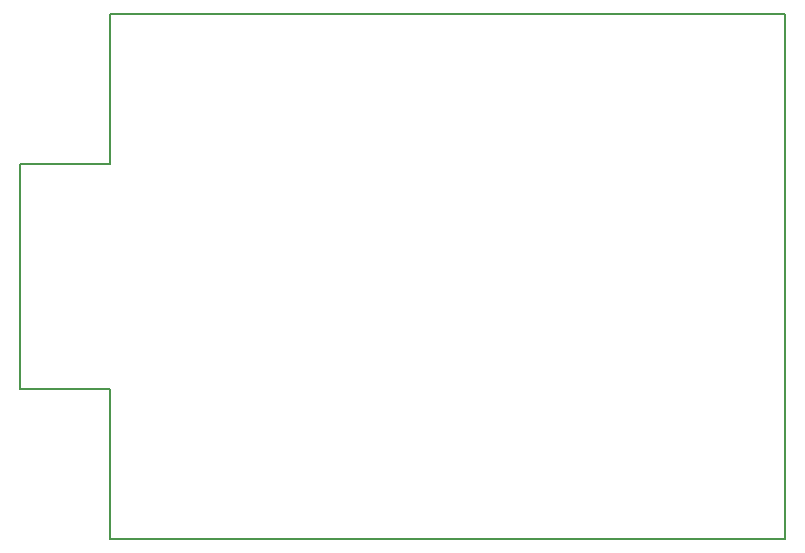
<source format=gko>
G04*
G04 #@! TF.GenerationSoftware,Altium Limited,Altium Designer,20.1.8 (145)*
G04*
G04 Layer_Color=16711935*
%FSLAX25Y25*%
%MOIN*%
G70*
G04*
G04 #@! TF.SameCoordinates,9FEF0589-292D-4462-8DC4-F6EDC39D71BC*
G04*
G04*
G04 #@! TF.FilePolarity,Positive*
G04*
G01*
G75*
%ADD15C,0.00500*%
D15*
X100000Y275000D02*
X325000D01*
Y100000D02*
Y275000D01*
X100000Y100000D02*
X325000D01*
X100000D02*
Y150000D01*
X70000D02*
X100000D01*
X70000D02*
Y225000D01*
X100000D01*
Y275000D01*
M02*

</source>
